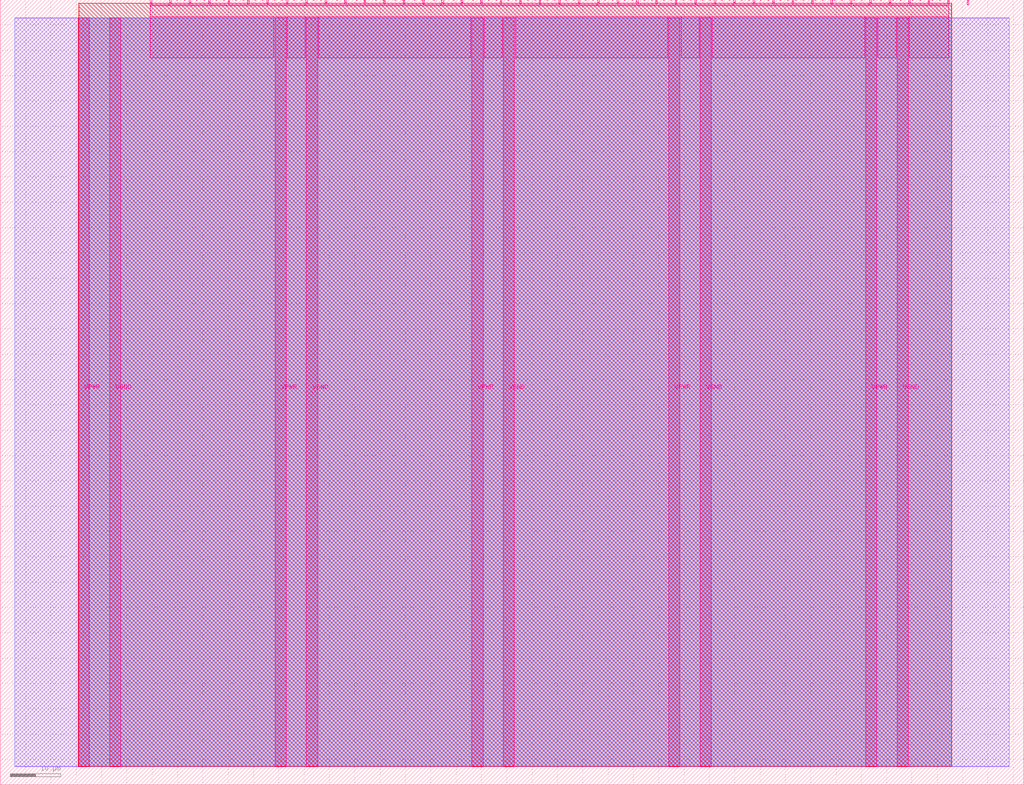
<source format=lef>
VERSION 5.7 ;
  NOWIREEXTENSIONATPIN ON ;
  DIVIDERCHAR "/" ;
  BUSBITCHARS "[]" ;
MACRO tt_um_ccu_goatgate
  CLASS BLOCK ;
  FOREIGN tt_um_ccu_goatgate ;
  ORIGIN 0.000 0.000 ;
  SIZE 202.080 BY 154.980 ;
  PIN VGND
    DIRECTION INOUT ;
    USE GROUND ;
    PORT
      LAYER Metal5 ;
        RECT 21.580 3.560 23.780 151.420 ;
    END
    PORT
      LAYER Metal5 ;
        RECT 60.450 3.560 62.650 151.420 ;
    END
    PORT
      LAYER Metal5 ;
        RECT 99.320 3.560 101.520 151.420 ;
    END
    PORT
      LAYER Metal5 ;
        RECT 138.190 3.560 140.390 151.420 ;
    END
    PORT
      LAYER Metal5 ;
        RECT 177.060 3.560 179.260 151.420 ;
    END
  END VGND
  PIN VPWR
    DIRECTION INOUT ;
    USE POWER ;
    PORT
      LAYER Metal5 ;
        RECT 15.380 3.560 17.580 151.420 ;
    END
    PORT
      LAYER Metal5 ;
        RECT 54.250 3.560 56.450 151.420 ;
    END
    PORT
      LAYER Metal5 ;
        RECT 93.120 3.560 95.320 151.420 ;
    END
    PORT
      LAYER Metal5 ;
        RECT 131.990 3.560 134.190 151.420 ;
    END
    PORT
      LAYER Metal5 ;
        RECT 170.860 3.560 173.060 151.420 ;
    END
  END VPWR
  PIN clk
    DIRECTION INPUT ;
    USE SIGNAL ;
    ANTENNAGATEAREA 0.213200 ;
    PORT
      LAYER Metal5 ;
        RECT 187.050 153.980 187.350 154.980 ;
    END
  END clk
  PIN ena
    DIRECTION INPUT ;
    USE SIGNAL ;
    PORT
      LAYER Metal5 ;
        RECT 190.890 153.980 191.190 154.980 ;
    END
  END ena
  PIN rst_n
    DIRECTION INPUT ;
    USE SIGNAL ;
    ANTENNAGATEAREA 0.180700 ;
    PORT
      LAYER Metal5 ;
        RECT 183.210 153.980 183.510 154.980 ;
    END
  END rst_n
  PIN ui_in[0]
    DIRECTION INPUT ;
    USE SIGNAL ;
    ANTENNAGATEAREA 0.180700 ;
    PORT
      LAYER Metal5 ;
        RECT 179.370 153.980 179.670 154.980 ;
    END
  END ui_in[0]
  PIN ui_in[1]
    DIRECTION INPUT ;
    USE SIGNAL ;
    ANTENNAGATEAREA 0.180700 ;
    PORT
      LAYER Metal5 ;
        RECT 175.530 153.980 175.830 154.980 ;
    END
  END ui_in[1]
  PIN ui_in[2]
    DIRECTION INPUT ;
    USE SIGNAL ;
    ANTENNAGATEAREA 0.180700 ;
    PORT
      LAYER Metal5 ;
        RECT 171.690 153.980 171.990 154.980 ;
    END
  END ui_in[2]
  PIN ui_in[3]
    DIRECTION INPUT ;
    USE SIGNAL ;
    ANTENNAGATEAREA 0.180700 ;
    PORT
      LAYER Metal5 ;
        RECT 167.850 153.980 168.150 154.980 ;
    END
  END ui_in[3]
  PIN ui_in[4]
    DIRECTION INPUT ;
    USE SIGNAL ;
    ANTENNAGATEAREA 0.180700 ;
    PORT
      LAYER Metal5 ;
        RECT 164.010 153.980 164.310 154.980 ;
    END
  END ui_in[4]
  PIN ui_in[5]
    DIRECTION INPUT ;
    USE SIGNAL ;
    ANTENNAGATEAREA 0.180700 ;
    PORT
      LAYER Metal5 ;
        RECT 160.170 153.980 160.470 154.980 ;
    END
  END ui_in[5]
  PIN ui_in[6]
    DIRECTION INPUT ;
    USE SIGNAL ;
    ANTENNAGATEAREA 0.180700 ;
    PORT
      LAYER Metal5 ;
        RECT 156.330 153.980 156.630 154.980 ;
    END
  END ui_in[6]
  PIN ui_in[7]
    DIRECTION INPUT ;
    USE SIGNAL ;
    ANTENNAGATEAREA 0.180700 ;
    PORT
      LAYER Metal5 ;
        RECT 152.490 153.980 152.790 154.980 ;
    END
  END ui_in[7]
  PIN uio_in[0]
    DIRECTION INPUT ;
    USE SIGNAL ;
    PORT
      LAYER Metal5 ;
        RECT 148.650 153.980 148.950 154.980 ;
    END
  END uio_in[0]
  PIN uio_in[1]
    DIRECTION INPUT ;
    USE SIGNAL ;
    PORT
      LAYER Metal5 ;
        RECT 144.810 153.980 145.110 154.980 ;
    END
  END uio_in[1]
  PIN uio_in[2]
    DIRECTION INPUT ;
    USE SIGNAL ;
    PORT
      LAYER Metal5 ;
        RECT 140.970 153.980 141.270 154.980 ;
    END
  END uio_in[2]
  PIN uio_in[3]
    DIRECTION INPUT ;
    USE SIGNAL ;
    PORT
      LAYER Metal5 ;
        RECT 137.130 153.980 137.430 154.980 ;
    END
  END uio_in[3]
  PIN uio_in[4]
    DIRECTION INPUT ;
    USE SIGNAL ;
    PORT
      LAYER Metal5 ;
        RECT 133.290 153.980 133.590 154.980 ;
    END
  END uio_in[4]
  PIN uio_in[5]
    DIRECTION INPUT ;
    USE SIGNAL ;
    PORT
      LAYER Metal5 ;
        RECT 129.450 153.980 129.750 154.980 ;
    END
  END uio_in[5]
  PIN uio_in[6]
    DIRECTION INPUT ;
    USE SIGNAL ;
    PORT
      LAYER Metal5 ;
        RECT 125.610 153.980 125.910 154.980 ;
    END
  END uio_in[6]
  PIN uio_in[7]
    DIRECTION INPUT ;
    USE SIGNAL ;
    PORT
      LAYER Metal5 ;
        RECT 121.770 153.980 122.070 154.980 ;
    END
  END uio_in[7]
  PIN uio_oe[0]
    DIRECTION OUTPUT ;
    USE SIGNAL ;
    ANTENNADIFFAREA 0.299200 ;
    PORT
      LAYER Metal5 ;
        RECT 56.490 153.980 56.790 154.980 ;
    END
  END uio_oe[0]
  PIN uio_oe[1]
    DIRECTION OUTPUT ;
    USE SIGNAL ;
    ANTENNADIFFAREA 0.299200 ;
    PORT
      LAYER Metal5 ;
        RECT 52.650 153.980 52.950 154.980 ;
    END
  END uio_oe[1]
  PIN uio_oe[2]
    DIRECTION OUTPUT ;
    USE SIGNAL ;
    ANTENNADIFFAREA 0.299200 ;
    PORT
      LAYER Metal5 ;
        RECT 48.810 153.980 49.110 154.980 ;
    END
  END uio_oe[2]
  PIN uio_oe[3]
    DIRECTION OUTPUT ;
    USE SIGNAL ;
    ANTENNADIFFAREA 0.299200 ;
    PORT
      LAYER Metal5 ;
        RECT 44.970 153.980 45.270 154.980 ;
    END
  END uio_oe[3]
  PIN uio_oe[4]
    DIRECTION OUTPUT ;
    USE SIGNAL ;
    ANTENNADIFFAREA 0.299200 ;
    PORT
      LAYER Metal5 ;
        RECT 41.130 153.980 41.430 154.980 ;
    END
  END uio_oe[4]
  PIN uio_oe[5]
    DIRECTION OUTPUT ;
    USE SIGNAL ;
    ANTENNADIFFAREA 0.299200 ;
    PORT
      LAYER Metal5 ;
        RECT 37.290 153.980 37.590 154.980 ;
    END
  END uio_oe[5]
  PIN uio_oe[6]
    DIRECTION OUTPUT ;
    USE SIGNAL ;
    ANTENNADIFFAREA 0.299200 ;
    PORT
      LAYER Metal5 ;
        RECT 33.450 153.980 33.750 154.980 ;
    END
  END uio_oe[6]
  PIN uio_oe[7]
    DIRECTION OUTPUT ;
    USE SIGNAL ;
    ANTENNADIFFAREA 0.299200 ;
    PORT
      LAYER Metal5 ;
        RECT 29.610 153.980 29.910 154.980 ;
    END
  END uio_oe[7]
  PIN uio_out[0]
    DIRECTION OUTPUT ;
    USE SIGNAL ;
    ANTENNADIFFAREA 0.299200 ;
    PORT
      LAYER Metal5 ;
        RECT 87.210 153.980 87.510 154.980 ;
    END
  END uio_out[0]
  PIN uio_out[1]
    DIRECTION OUTPUT ;
    USE SIGNAL ;
    ANTENNADIFFAREA 0.299200 ;
    PORT
      LAYER Metal5 ;
        RECT 83.370 153.980 83.670 154.980 ;
    END
  END uio_out[1]
  PIN uio_out[2]
    DIRECTION OUTPUT ;
    USE SIGNAL ;
    ANTENNADIFFAREA 0.299200 ;
    PORT
      LAYER Metal5 ;
        RECT 79.530 153.980 79.830 154.980 ;
    END
  END uio_out[2]
  PIN uio_out[3]
    DIRECTION OUTPUT ;
    USE SIGNAL ;
    ANTENNADIFFAREA 0.299200 ;
    PORT
      LAYER Metal5 ;
        RECT 75.690 153.980 75.990 154.980 ;
    END
  END uio_out[3]
  PIN uio_out[4]
    DIRECTION OUTPUT ;
    USE SIGNAL ;
    ANTENNADIFFAREA 0.299200 ;
    PORT
      LAYER Metal5 ;
        RECT 71.850 153.980 72.150 154.980 ;
    END
  END uio_out[4]
  PIN uio_out[5]
    DIRECTION OUTPUT ;
    USE SIGNAL ;
    ANTENNADIFFAREA 0.299200 ;
    PORT
      LAYER Metal5 ;
        RECT 68.010 153.980 68.310 154.980 ;
    END
  END uio_out[5]
  PIN uio_out[6]
    DIRECTION OUTPUT ;
    USE SIGNAL ;
    ANTENNADIFFAREA 0.299200 ;
    PORT
      LAYER Metal5 ;
        RECT 64.170 153.980 64.470 154.980 ;
    END
  END uio_out[6]
  PIN uio_out[7]
    DIRECTION OUTPUT ;
    USE SIGNAL ;
    ANTENNADIFFAREA 0.299200 ;
    PORT
      LAYER Metal5 ;
        RECT 60.330 153.980 60.630 154.980 ;
    END
  END uio_out[7]
  PIN uo_out[0]
    DIRECTION OUTPUT ;
    USE SIGNAL ;
    ANTENNADIFFAREA 0.632400 ;
    PORT
      LAYER Metal5 ;
        RECT 117.930 153.980 118.230 154.980 ;
    END
  END uo_out[0]
  PIN uo_out[1]
    DIRECTION OUTPUT ;
    USE SIGNAL ;
    ANTENNADIFFAREA 0.632400 ;
    PORT
      LAYER Metal5 ;
        RECT 114.090 153.980 114.390 154.980 ;
    END
  END uo_out[1]
  PIN uo_out[2]
    DIRECTION OUTPUT ;
    USE SIGNAL ;
    ANTENNADIFFAREA 0.632400 ;
    PORT
      LAYER Metal5 ;
        RECT 110.250 153.980 110.550 154.980 ;
    END
  END uo_out[2]
  PIN uo_out[3]
    DIRECTION OUTPUT ;
    USE SIGNAL ;
    ANTENNADIFFAREA 0.632400 ;
    PORT
      LAYER Metal5 ;
        RECT 106.410 153.980 106.710 154.980 ;
    END
  END uo_out[3]
  PIN uo_out[4]
    DIRECTION OUTPUT ;
    USE SIGNAL ;
    ANTENNADIFFAREA 0.299200 ;
    PORT
      LAYER Metal5 ;
        RECT 102.570 153.980 102.870 154.980 ;
    END
  END uo_out[4]
  PIN uo_out[5]
    DIRECTION OUTPUT ;
    USE SIGNAL ;
    ANTENNADIFFAREA 0.299200 ;
    PORT
      LAYER Metal5 ;
        RECT 98.730 153.980 99.030 154.980 ;
    END
  END uo_out[5]
  PIN uo_out[6]
    DIRECTION OUTPUT ;
    USE SIGNAL ;
    ANTENNADIFFAREA 0.299200 ;
    PORT
      LAYER Metal5 ;
        RECT 94.890 153.980 95.190 154.980 ;
    END
  END uo_out[6]
  PIN uo_out[7]
    DIRECTION OUTPUT ;
    USE SIGNAL ;
    ANTENNADIFFAREA 0.299200 ;
    PORT
      LAYER Metal5 ;
        RECT 91.050 153.980 91.350 154.980 ;
    END
  END uo_out[7]
  OBS
      LAYER GatPoly ;
        RECT 2.880 3.630 199.200 151.350 ;
      LAYER Metal1 ;
        RECT 2.880 3.560 199.200 151.420 ;
      LAYER Metal2 ;
        RECT 15.515 3.680 187.825 151.300 ;
      LAYER Metal3 ;
        RECT 15.560 3.635 187.780 154.285 ;
      LAYER Metal4 ;
        RECT 15.515 3.680 187.825 154.240 ;
      LAYER Metal5 ;
        RECT 30.120 153.770 33.240 153.980 ;
        RECT 33.960 153.770 37.080 153.980 ;
        RECT 37.800 153.770 40.920 153.980 ;
        RECT 41.640 153.770 44.760 153.980 ;
        RECT 45.480 153.770 48.600 153.980 ;
        RECT 49.320 153.770 52.440 153.980 ;
        RECT 53.160 153.770 56.280 153.980 ;
        RECT 57.000 153.770 60.120 153.980 ;
        RECT 60.840 153.770 63.960 153.980 ;
        RECT 64.680 153.770 67.800 153.980 ;
        RECT 68.520 153.770 71.640 153.980 ;
        RECT 72.360 153.770 75.480 153.980 ;
        RECT 76.200 153.770 79.320 153.980 ;
        RECT 80.040 153.770 83.160 153.980 ;
        RECT 83.880 153.770 87.000 153.980 ;
        RECT 87.720 153.770 90.840 153.980 ;
        RECT 91.560 153.770 94.680 153.980 ;
        RECT 95.400 153.770 98.520 153.980 ;
        RECT 99.240 153.770 102.360 153.980 ;
        RECT 103.080 153.770 106.200 153.980 ;
        RECT 106.920 153.770 110.040 153.980 ;
        RECT 110.760 153.770 113.880 153.980 ;
        RECT 114.600 153.770 117.720 153.980 ;
        RECT 118.440 153.770 121.560 153.980 ;
        RECT 122.280 153.770 125.400 153.980 ;
        RECT 126.120 153.770 129.240 153.980 ;
        RECT 129.960 153.770 133.080 153.980 ;
        RECT 133.800 153.770 136.920 153.980 ;
        RECT 137.640 153.770 140.760 153.980 ;
        RECT 141.480 153.770 144.600 153.980 ;
        RECT 145.320 153.770 148.440 153.980 ;
        RECT 149.160 153.770 152.280 153.980 ;
        RECT 153.000 153.770 156.120 153.980 ;
        RECT 156.840 153.770 159.960 153.980 ;
        RECT 160.680 153.770 163.800 153.980 ;
        RECT 164.520 153.770 167.640 153.980 ;
        RECT 168.360 153.770 171.480 153.980 ;
        RECT 172.200 153.770 175.320 153.980 ;
        RECT 176.040 153.770 179.160 153.980 ;
        RECT 179.880 153.770 183.000 153.980 ;
        RECT 183.720 153.770 186.840 153.980 ;
        RECT 29.660 151.630 187.300 153.770 ;
        RECT 29.660 143.495 54.040 151.630 ;
        RECT 56.660 143.495 60.240 151.630 ;
        RECT 62.860 143.495 92.910 151.630 ;
        RECT 95.530 143.495 99.110 151.630 ;
        RECT 101.730 143.495 131.780 151.630 ;
        RECT 134.400 143.495 137.980 151.630 ;
        RECT 140.600 143.495 170.650 151.630 ;
        RECT 173.270 143.495 176.850 151.630 ;
        RECT 179.470 143.495 187.300 151.630 ;
  END
END tt_um_ccu_goatgate
END LIBRARY


</source>
